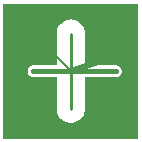
<source format=gbr>
G04 start of page 2 for group 0 idx 0 *
G04 Title: Clear and no-clear lines, comp1 *
G04 Creator: <version>
G04 CreationDate: <date>
G04 For:  *
G04 Format: Gerber/RS-274X *
G04 PCB-Dimensions: 50000 50000 *
G04 PCB-Coordinate-Origin: lower left *
%MOIN*%
%FSLAX25Y25*%
%LNGROUP0*%
%ADD15C,0.0050*%
%ADD14C,0.0200*%
%ADD13C,0.0100*%
%ADD12C,0.0150*%
%ADD11C,0.0001*%
G54D11*G36*
X26250Y47500D02*X47500D01*
Y2500D01*
X26250D01*
Y7967D01*
X26457Y8016D01*
X27140Y8299D01*
X27771Y8686D01*
X28334Y9166D01*
X28814Y9729D01*
X29201Y10360D01*
X29484Y11043D01*
X29656Y11762D01*
X29700Y12500D01*
Y23050D01*
X40000D01*
X40306Y23068D01*
X40604Y23140D01*
X40888Y23257D01*
X41150Y23418D01*
X41383Y23617D01*
X41582Y23850D01*
X41743Y24112D01*
X41860Y24396D01*
X41932Y24694D01*
X41956Y25000D01*
X41932Y25306D01*
X41860Y25604D01*
X41743Y25888D01*
X41582Y26150D01*
X41383Y26383D01*
X41150Y26582D01*
X40888Y26743D01*
X40604Y26860D01*
X40306Y26932D01*
X40000Y26950D01*
X29700D01*
Y37500D01*
X29656Y38238D01*
X29484Y38957D01*
X29201Y39640D01*
X28814Y40271D01*
X28334Y40834D01*
X27771Y41314D01*
X27140Y41701D01*
X26457Y41984D01*
X26250Y42033D01*
Y47500D01*
G37*
G36*
X2500D02*X26250D01*
Y42033D01*
X25738Y42156D01*
X25000Y42214D01*
X24262Y42156D01*
X23543Y41984D01*
X22860Y41701D01*
X22229Y41314D01*
X21666Y40834D01*
X21186Y40271D01*
X20799Y39640D01*
X20516Y38957D01*
X20344Y38238D01*
X20300Y37500D01*
Y26950D01*
X12500D01*
X12194Y26932D01*
X11896Y26860D01*
X11612Y26743D01*
X11350Y26582D01*
X11117Y26383D01*
X10918Y26150D01*
X10757Y25888D01*
X10640Y25604D01*
X10568Y25306D01*
X10544Y25000D01*
X10568Y24694D01*
X10640Y24396D01*
X10757Y24112D01*
X10918Y23850D01*
X11117Y23617D01*
X11350Y23418D01*
X11612Y23257D01*
X11896Y23140D01*
X12194Y23068D01*
X12500Y23050D01*
X20300D01*
Y12500D01*
X20344Y11762D01*
X20516Y11043D01*
X20799Y10360D01*
X21186Y9729D01*
X21666Y9166D01*
X22229Y8686D01*
X22860Y8299D01*
X23543Y8016D01*
X24262Y7844D01*
X25000Y7786D01*
X25738Y7844D01*
X26250Y7967D01*
Y2500D01*
X2500D01*
Y47500D01*
G37*
G54D12*X12500Y25000D02*X40000D01*
G54D13*X25000Y37500D02*Y12500D01*
G54D14*Y25000D02*X40000Y30000D01*
G54D15*X25000Y25000D02*X15000Y35000D01*
M02*

</source>
